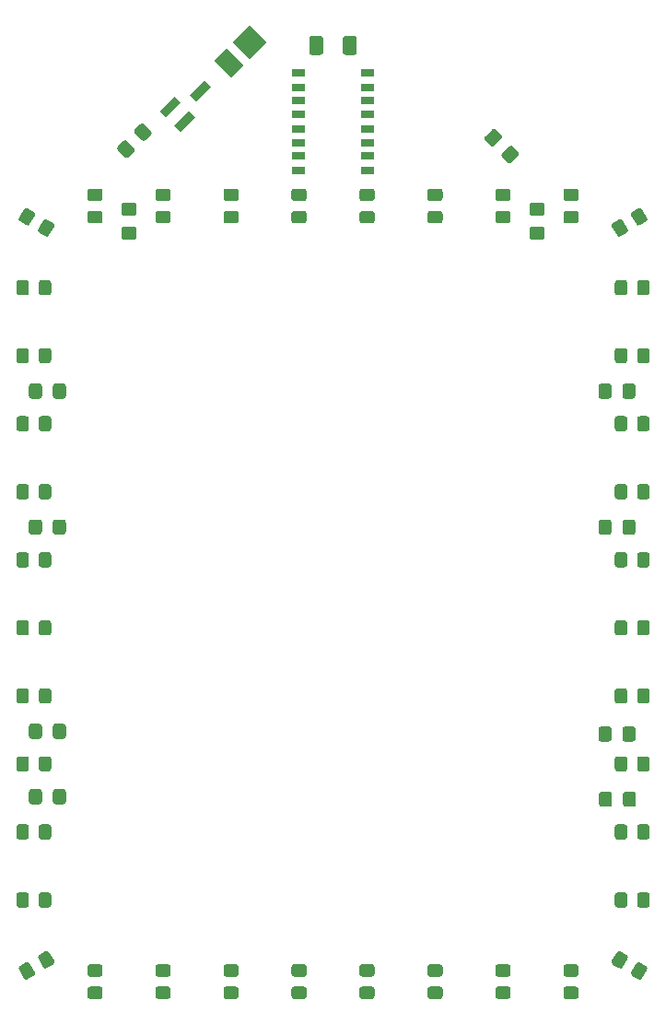
<source format=gbr>
%TF.GenerationSoftware,KiCad,Pcbnew,5.1.9+dfsg1-1+deb11u1*%
%TF.CreationDate,2023-08-15T12:15:31+02:00*%
%TF.ProjectId,label1,6c616265-6c31-42e6-9b69-6361645f7063,rev?*%
%TF.SameCoordinates,Original*%
%TF.FileFunction,Paste,Top*%
%TF.FilePolarity,Positive*%
%FSLAX46Y46*%
G04 Gerber Fmt 4.6, Leading zero omitted, Abs format (unit mm)*
G04 Created by KiCad (PCBNEW 5.1.9+dfsg1-1+deb11u1) date 2023-08-15 12:15:31*
%MOMM*%
%LPD*%
G01*
G04 APERTURE LIST*
%ADD10R,1.300000X0.800000*%
%ADD11C,0.100000*%
G04 APERTURE END LIST*
D10*
%TO.C,U1*%
X58150000Y-39050000D03*
X58150000Y-40330000D03*
X58150000Y-41590000D03*
X58150000Y-42860000D03*
X58150000Y-44140000D03*
X58150000Y-45410000D03*
X58150000Y-46670000D03*
X58150000Y-47950000D03*
X51850000Y-47950000D03*
X51850000Y-46670000D03*
X51850000Y-45410000D03*
X51850000Y-44140000D03*
X51850000Y-42860000D03*
X51850000Y-41590000D03*
X51850000Y-40330000D03*
X51850000Y-39050000D03*
%TD*%
D11*
%TO.C,Q1*%
G36*
X42421751Y-41643934D02*
G01*
X41856066Y-41078249D01*
X43199569Y-39734746D01*
X43765254Y-40300431D01*
X42421751Y-41643934D01*
G37*
G36*
X40972182Y-44437006D02*
G01*
X40406497Y-43871321D01*
X41750000Y-42527818D01*
X42315685Y-43093503D01*
X40972182Y-44437006D01*
G37*
G36*
X39628679Y-43093503D02*
G01*
X39062994Y-42527818D01*
X40406497Y-41184315D01*
X40972182Y-41750000D01*
X39628679Y-43093503D01*
G37*
%TD*%
%TO.C,D41*%
G36*
X47310660Y-37744975D02*
G01*
X45755025Y-36189340D01*
X47310660Y-34633705D01*
X48866295Y-36189340D01*
X47310660Y-37744975D01*
G37*
G36*
X45613604Y-39442031D02*
G01*
X44057969Y-37886396D01*
X45189340Y-36755025D01*
X46744975Y-38310660D01*
X45613604Y-39442031D01*
G37*
%TD*%
%TO.C,C1*%
G36*
G01*
X70535072Y-46422034D02*
X71172034Y-45785072D01*
G75*
G02*
X71525022Y-45785072I176494J-176494D01*
G01*
X72020562Y-46280612D01*
G75*
G02*
X72020562Y-46633600I-176494J-176494D01*
G01*
X71383600Y-47270562D01*
G75*
G02*
X71030612Y-47270562I-176494J176494D01*
G01*
X70535072Y-46775022D01*
G75*
G02*
X70535072Y-46422034I176494J176494D01*
G01*
G37*
G36*
G01*
X68979438Y-44866400D02*
X69616400Y-44229438D01*
G75*
G02*
X69969388Y-44229438I176494J-176494D01*
G01*
X70464928Y-44724978D01*
G75*
G02*
X70464928Y-45077966I-176494J-176494D01*
G01*
X69827966Y-45714928D01*
G75*
G02*
X69474978Y-45714928I-176494J176494D01*
G01*
X68979438Y-45219388D01*
G75*
G02*
X68979438Y-44866400I176494J176494D01*
G01*
G37*
%TD*%
%TO.C,R13*%
G36*
G01*
X54100000Y-35875000D02*
X54100000Y-37125000D01*
G75*
G02*
X53850000Y-37375000I-250000J0D01*
G01*
X53050000Y-37375000D01*
G75*
G02*
X52800000Y-37125000I0J250000D01*
G01*
X52800000Y-35875000D01*
G75*
G02*
X53050000Y-35625000I250000J0D01*
G01*
X53850000Y-35625000D01*
G75*
G02*
X54100000Y-35875000I0J-250000D01*
G01*
G37*
G36*
G01*
X57200000Y-35875000D02*
X57200000Y-37125000D01*
G75*
G02*
X56950000Y-37375000I-250000J0D01*
G01*
X56150000Y-37375000D01*
G75*
G02*
X55900000Y-37125000I0J250000D01*
G01*
X55900000Y-35875000D01*
G75*
G02*
X56150000Y-35625000I250000J0D01*
G01*
X56950000Y-35625000D01*
G75*
G02*
X57200000Y-35875000I0J-250000D01*
G01*
G37*
%TD*%
%TO.C,R12*%
G36*
G01*
X37422034Y-45214928D02*
X36785072Y-44577966D01*
G75*
G02*
X36785072Y-44224978I176494J176494D01*
G01*
X37280612Y-43729438D01*
G75*
G02*
X37633600Y-43729438I176494J-176494D01*
G01*
X38270562Y-44366400D01*
G75*
G02*
X38270562Y-44719388I-176494J-176494D01*
G01*
X37775022Y-45214928D01*
G75*
G02*
X37422034Y-45214928I-176494J176494D01*
G01*
G37*
G36*
G01*
X35866400Y-46770562D02*
X35229438Y-46133600D01*
G75*
G02*
X35229438Y-45780612I176494J176494D01*
G01*
X35724978Y-45285072D01*
G75*
G02*
X36077966Y-45285072I176494J-176494D01*
G01*
X36714928Y-45922034D01*
G75*
G02*
X36714928Y-46275022I-176494J-176494D01*
G01*
X36219388Y-46770562D01*
G75*
G02*
X35866400Y-46770562I-176494J176494D01*
G01*
G37*
%TD*%
%TO.C,R10*%
G36*
G01*
X28250000Y-105049600D02*
X28250000Y-105950400D01*
G75*
G02*
X28000400Y-106200000I-249600J0D01*
G01*
X27299600Y-106200000D01*
G75*
G02*
X27050000Y-105950400I0J249600D01*
G01*
X27050000Y-105049600D01*
G75*
G02*
X27299600Y-104800000I249600J0D01*
G01*
X28000400Y-104800000D01*
G75*
G02*
X28250000Y-105049600I0J-249600D01*
G01*
G37*
G36*
G01*
X30450000Y-105049600D02*
X30450000Y-105950400D01*
G75*
G02*
X30200400Y-106200000I-249600J0D01*
G01*
X29499600Y-106200000D01*
G75*
G02*
X29250000Y-105950400I0J249600D01*
G01*
X29250000Y-105049600D01*
G75*
G02*
X29499600Y-104800000I249600J0D01*
G01*
X30200400Y-104800000D01*
G75*
G02*
X30450000Y-105049600I0J-249600D01*
G01*
G37*
%TD*%
%TO.C,R9*%
G36*
G01*
X28250000Y-99049600D02*
X28250000Y-99950400D01*
G75*
G02*
X28000400Y-100200000I-249600J0D01*
G01*
X27299600Y-100200000D01*
G75*
G02*
X27050000Y-99950400I0J249600D01*
G01*
X27050000Y-99049600D01*
G75*
G02*
X27299600Y-98800000I249600J0D01*
G01*
X28000400Y-98800000D01*
G75*
G02*
X28250000Y-99049600I0J-249600D01*
G01*
G37*
G36*
G01*
X30450000Y-99049600D02*
X30450000Y-99950400D01*
G75*
G02*
X30200400Y-100200000I-249600J0D01*
G01*
X29499600Y-100200000D01*
G75*
G02*
X29250000Y-99950400I0J249600D01*
G01*
X29250000Y-99049600D01*
G75*
G02*
X29499600Y-98800000I249600J0D01*
G01*
X30200400Y-98800000D01*
G75*
G02*
X30450000Y-99049600I0J-249600D01*
G01*
G37*
%TD*%
%TO.C,R8*%
G36*
G01*
X28250000Y-80299600D02*
X28250000Y-81200400D01*
G75*
G02*
X28000400Y-81450000I-249600J0D01*
G01*
X27299600Y-81450000D01*
G75*
G02*
X27050000Y-81200400I0J249600D01*
G01*
X27050000Y-80299600D01*
G75*
G02*
X27299600Y-80050000I249600J0D01*
G01*
X28000400Y-80050000D01*
G75*
G02*
X28250000Y-80299600I0J-249600D01*
G01*
G37*
G36*
G01*
X30450000Y-80299600D02*
X30450000Y-81200400D01*
G75*
G02*
X30200400Y-81450000I-249600J0D01*
G01*
X29499600Y-81450000D01*
G75*
G02*
X29250000Y-81200400I0J249600D01*
G01*
X29250000Y-80299600D01*
G75*
G02*
X29499600Y-80050000I249600J0D01*
G01*
X30200400Y-80050000D01*
G75*
G02*
X30450000Y-80299600I0J-249600D01*
G01*
G37*
%TD*%
%TO.C,R7*%
G36*
G01*
X28250000Y-67799600D02*
X28250000Y-68700400D01*
G75*
G02*
X28000400Y-68950000I-249600J0D01*
G01*
X27299600Y-68950000D01*
G75*
G02*
X27050000Y-68700400I0J249600D01*
G01*
X27050000Y-67799600D01*
G75*
G02*
X27299600Y-67550000I249600J0D01*
G01*
X28000400Y-67550000D01*
G75*
G02*
X28250000Y-67799600I0J-249600D01*
G01*
G37*
G36*
G01*
X30450000Y-67799600D02*
X30450000Y-68700400D01*
G75*
G02*
X30200400Y-68950000I-249600J0D01*
G01*
X29499600Y-68950000D01*
G75*
G02*
X29250000Y-68700400I0J249600D01*
G01*
X29250000Y-67799600D01*
G75*
G02*
X29499600Y-67550000I249600J0D01*
G01*
X30200400Y-67550000D01*
G75*
G02*
X30450000Y-67799600I0J-249600D01*
G01*
G37*
%TD*%
%TO.C,R6*%
G36*
G01*
X35799600Y-53150000D02*
X36700400Y-53150000D01*
G75*
G02*
X36950000Y-53399600I0J-249600D01*
G01*
X36950000Y-54100400D01*
G75*
G02*
X36700400Y-54350000I-249600J0D01*
G01*
X35799600Y-54350000D01*
G75*
G02*
X35550000Y-54100400I0J249600D01*
G01*
X35550000Y-53399600D01*
G75*
G02*
X35799600Y-53150000I249600J0D01*
G01*
G37*
G36*
G01*
X35799600Y-50950000D02*
X36700400Y-50950000D01*
G75*
G02*
X36950000Y-51199600I0J-249600D01*
G01*
X36950000Y-51900400D01*
G75*
G02*
X36700400Y-52150000I-249600J0D01*
G01*
X35799600Y-52150000D01*
G75*
G02*
X35550000Y-51900400I0J249600D01*
G01*
X35550000Y-51199600D01*
G75*
G02*
X35799600Y-50950000I249600J0D01*
G01*
G37*
%TD*%
%TO.C,R5*%
G36*
G01*
X73299600Y-53150000D02*
X74200400Y-53150000D01*
G75*
G02*
X74450000Y-53399600I0J-249600D01*
G01*
X74450000Y-54100400D01*
G75*
G02*
X74200400Y-54350000I-249600J0D01*
G01*
X73299600Y-54350000D01*
G75*
G02*
X73050000Y-54100400I0J249600D01*
G01*
X73050000Y-53399600D01*
G75*
G02*
X73299600Y-53150000I249600J0D01*
G01*
G37*
G36*
G01*
X73299600Y-50950000D02*
X74200400Y-50950000D01*
G75*
G02*
X74450000Y-51199600I0J-249600D01*
G01*
X74450000Y-51900400D01*
G75*
G02*
X74200400Y-52150000I-249600J0D01*
G01*
X73299600Y-52150000D01*
G75*
G02*
X73050000Y-51900400I0J249600D01*
G01*
X73050000Y-51199600D01*
G75*
G02*
X73299600Y-50950000I249600J0D01*
G01*
G37*
%TD*%
%TO.C,R4*%
G36*
G01*
X81600000Y-68700400D02*
X81600000Y-67799600D01*
G75*
G02*
X81849600Y-67550000I249600J0D01*
G01*
X82550400Y-67550000D01*
G75*
G02*
X82800000Y-67799600I0J-249600D01*
G01*
X82800000Y-68700400D01*
G75*
G02*
X82550400Y-68950000I-249600J0D01*
G01*
X81849600Y-68950000D01*
G75*
G02*
X81600000Y-68700400I0J249600D01*
G01*
G37*
G36*
G01*
X79400000Y-68700400D02*
X79400000Y-67799600D01*
G75*
G02*
X79649600Y-67550000I249600J0D01*
G01*
X80350400Y-67550000D01*
G75*
G02*
X80600000Y-67799600I0J-249600D01*
G01*
X80600000Y-68700400D01*
G75*
G02*
X80350400Y-68950000I-249600J0D01*
G01*
X79649600Y-68950000D01*
G75*
G02*
X79400000Y-68700400I0J249600D01*
G01*
G37*
%TD*%
%TO.C,R3*%
G36*
G01*
X81600000Y-81200400D02*
X81600000Y-80299600D01*
G75*
G02*
X81849600Y-80050000I249600J0D01*
G01*
X82550400Y-80050000D01*
G75*
G02*
X82800000Y-80299600I0J-249600D01*
G01*
X82800000Y-81200400D01*
G75*
G02*
X82550400Y-81450000I-249600J0D01*
G01*
X81849600Y-81450000D01*
G75*
G02*
X81600000Y-81200400I0J249600D01*
G01*
G37*
G36*
G01*
X79400000Y-81200400D02*
X79400000Y-80299600D01*
G75*
G02*
X79649600Y-80050000I249600J0D01*
G01*
X80350400Y-80050000D01*
G75*
G02*
X80600000Y-80299600I0J-249600D01*
G01*
X80600000Y-81200400D01*
G75*
G02*
X80350400Y-81450000I-249600J0D01*
G01*
X79649600Y-81450000D01*
G75*
G02*
X79400000Y-81200400I0J249600D01*
G01*
G37*
%TD*%
%TO.C,R2*%
G36*
G01*
X81600000Y-100200400D02*
X81600000Y-99299600D01*
G75*
G02*
X81849600Y-99050000I249600J0D01*
G01*
X82550400Y-99050000D01*
G75*
G02*
X82800000Y-99299600I0J-249600D01*
G01*
X82800000Y-100200400D01*
G75*
G02*
X82550400Y-100450000I-249600J0D01*
G01*
X81849600Y-100450000D01*
G75*
G02*
X81600000Y-100200400I0J249600D01*
G01*
G37*
G36*
G01*
X79400000Y-100200400D02*
X79400000Y-99299600D01*
G75*
G02*
X79649600Y-99050000I249600J0D01*
G01*
X80350400Y-99050000D01*
G75*
G02*
X80600000Y-99299600I0J-249600D01*
G01*
X80600000Y-100200400D01*
G75*
G02*
X80350400Y-100450000I-249600J0D01*
G01*
X79649600Y-100450000D01*
G75*
G02*
X79400000Y-100200400I0J249600D01*
G01*
G37*
%TD*%
%TO.C,R1*%
G36*
G01*
X81650000Y-106200400D02*
X81650000Y-105299600D01*
G75*
G02*
X81899600Y-105050000I249600J0D01*
G01*
X82600400Y-105050000D01*
G75*
G02*
X82850000Y-105299600I0J-249600D01*
G01*
X82850000Y-106200400D01*
G75*
G02*
X82600400Y-106450000I-249600J0D01*
G01*
X81899600Y-106450000D01*
G75*
G02*
X81650000Y-106200400I0J249600D01*
G01*
G37*
G36*
G01*
X79450000Y-106200400D02*
X79450000Y-105299600D01*
G75*
G02*
X79699600Y-105050000I249600J0D01*
G01*
X80400400Y-105050000D01*
G75*
G02*
X80650000Y-105299600I0J-249600D01*
G01*
X80650000Y-106200400D01*
G75*
G02*
X80400400Y-106450000I-249600J0D01*
G01*
X79699600Y-106450000D01*
G75*
G02*
X79450000Y-106200400I0J249600D01*
G01*
G37*
%TD*%
%TO.C,D40*%
G36*
G01*
X27050000Y-102049999D02*
X27050000Y-102950001D01*
G75*
G02*
X26800001Y-103200000I-249999J0D01*
G01*
X26149999Y-103200000D01*
G75*
G02*
X25900000Y-102950001I0J249999D01*
G01*
X25900000Y-102049999D01*
G75*
G02*
X26149999Y-101800000I249999J0D01*
G01*
X26800001Y-101800000D01*
G75*
G02*
X27050000Y-102049999I0J-249999D01*
G01*
G37*
G36*
G01*
X29100000Y-102049999D02*
X29100000Y-102950001D01*
G75*
G02*
X28850001Y-103200000I-249999J0D01*
G01*
X28199999Y-103200000D01*
G75*
G02*
X27950000Y-102950001I0J249999D01*
G01*
X27950000Y-102049999D01*
G75*
G02*
X28199999Y-101800000I249999J0D01*
G01*
X28850001Y-101800000D01*
G75*
G02*
X29100000Y-102049999I0J-249999D01*
G01*
G37*
%TD*%
%TO.C,D39*%
G36*
G01*
X27050000Y-77049999D02*
X27050000Y-77950001D01*
G75*
G02*
X26800001Y-78200000I-249999J0D01*
G01*
X26149999Y-78200000D01*
G75*
G02*
X25900000Y-77950001I0J249999D01*
G01*
X25900000Y-77049999D01*
G75*
G02*
X26149999Y-76800000I249999J0D01*
G01*
X26800001Y-76800000D01*
G75*
G02*
X27050000Y-77049999I0J-249999D01*
G01*
G37*
G36*
G01*
X29100000Y-77049999D02*
X29100000Y-77950001D01*
G75*
G02*
X28850001Y-78200000I-249999J0D01*
G01*
X28199999Y-78200000D01*
G75*
G02*
X27950000Y-77950001I0J249999D01*
G01*
X27950000Y-77049999D01*
G75*
G02*
X28199999Y-76800000I249999J0D01*
G01*
X28850001Y-76800000D01*
G75*
G02*
X29100000Y-77049999I0J-249999D01*
G01*
G37*
%TD*%
%TO.C,D38*%
G36*
G01*
X27585289Y-52135287D02*
X27135288Y-52914712D01*
G75*
G02*
X26793783Y-53006218I-216505J124999D01*
G01*
X26230864Y-52681217D01*
G75*
G02*
X26139359Y-52339713I125000J216505D01*
G01*
X26589360Y-51560288D01*
G75*
G02*
X26930865Y-51468782I216505J-124999D01*
G01*
X27493784Y-51793783D01*
G75*
G02*
X27585289Y-52135287I-125000J-216505D01*
G01*
G37*
G36*
G01*
X29360641Y-53160287D02*
X28910640Y-53939712D01*
G75*
G02*
X28569135Y-54031218I-216505J124999D01*
G01*
X28006216Y-53706217D01*
G75*
G02*
X27914711Y-53364713I125000J216505D01*
G01*
X28364712Y-52585288D01*
G75*
G02*
X28706217Y-52493782I216505J-124999D01*
G01*
X29269136Y-52818783D01*
G75*
G02*
X29360641Y-53160287I-125000J-216505D01*
G01*
G37*
%TD*%
%TO.C,D37*%
G36*
G01*
X52325001Y-50800000D02*
X51424999Y-50800000D01*
G75*
G02*
X51175000Y-50550001I0J249999D01*
G01*
X51175000Y-49899999D01*
G75*
G02*
X51424999Y-49650000I249999J0D01*
G01*
X52325001Y-49650000D01*
G75*
G02*
X52575000Y-49899999I0J-249999D01*
G01*
X52575000Y-50550001D01*
G75*
G02*
X52325001Y-50800000I-249999J0D01*
G01*
G37*
G36*
G01*
X52325001Y-52850000D02*
X51424999Y-52850000D01*
G75*
G02*
X51175000Y-52600001I0J249999D01*
G01*
X51175000Y-51949999D01*
G75*
G02*
X51424999Y-51700000I249999J0D01*
G01*
X52325001Y-51700000D01*
G75*
G02*
X52575000Y-51949999I0J-249999D01*
G01*
X52575000Y-52600001D01*
G75*
G02*
X52325001Y-52850000I-249999J0D01*
G01*
G37*
%TD*%
%TO.C,D36*%
G36*
G01*
X82950000Y-71700001D02*
X82950000Y-70799999D01*
G75*
G02*
X83199999Y-70550000I249999J0D01*
G01*
X83850001Y-70550000D01*
G75*
G02*
X84100000Y-70799999I0J-249999D01*
G01*
X84100000Y-71700001D01*
G75*
G02*
X83850001Y-71950000I-249999J0D01*
G01*
X83199999Y-71950000D01*
G75*
G02*
X82950000Y-71700001I0J249999D01*
G01*
G37*
G36*
G01*
X80900000Y-71700001D02*
X80900000Y-70799999D01*
G75*
G02*
X81149999Y-70550000I249999J0D01*
G01*
X81800001Y-70550000D01*
G75*
G02*
X82050000Y-70799999I0J-249999D01*
G01*
X82050000Y-71700001D01*
G75*
G02*
X81800001Y-71950000I-249999J0D01*
G01*
X81149999Y-71950000D01*
G75*
G02*
X80900000Y-71700001I0J249999D01*
G01*
G37*
%TD*%
%TO.C,D35*%
G36*
G01*
X82950000Y-96700001D02*
X82950000Y-95799999D01*
G75*
G02*
X83199999Y-95550000I249999J0D01*
G01*
X83850001Y-95550000D01*
G75*
G02*
X84100000Y-95799999I0J-249999D01*
G01*
X84100000Y-96700001D01*
G75*
G02*
X83850001Y-96950000I-249999J0D01*
G01*
X83199999Y-96950000D01*
G75*
G02*
X82950000Y-96700001I0J249999D01*
G01*
G37*
G36*
G01*
X80900000Y-96700001D02*
X80900000Y-95799999D01*
G75*
G02*
X81149999Y-95550000I249999J0D01*
G01*
X81800001Y-95550000D01*
G75*
G02*
X82050000Y-95799999I0J-249999D01*
G01*
X82050000Y-96700001D01*
G75*
G02*
X81800001Y-96950000I-249999J0D01*
G01*
X81149999Y-96950000D01*
G75*
G02*
X80900000Y-96700001I0J249999D01*
G01*
G37*
%TD*%
%TO.C,D34*%
G36*
G01*
X82414711Y-121614713D02*
X82864712Y-120835288D01*
G75*
G02*
X83206217Y-120743782I216505J-124999D01*
G01*
X83769136Y-121068783D01*
G75*
G02*
X83860641Y-121410287I-125000J-216505D01*
G01*
X83410640Y-122189712D01*
G75*
G02*
X83069135Y-122281218I-216505J124999D01*
G01*
X82506216Y-121956217D01*
G75*
G02*
X82414711Y-121614713I125000J216505D01*
G01*
G37*
G36*
G01*
X80639359Y-120589713D02*
X81089360Y-119810288D01*
G75*
G02*
X81430865Y-119718782I216505J-124999D01*
G01*
X81993784Y-120043783D01*
G75*
G02*
X82085289Y-120385287I-125000J-216505D01*
G01*
X81635288Y-121164712D01*
G75*
G02*
X81293783Y-121256218I-216505J124999D01*
G01*
X80730864Y-120931217D01*
G75*
G02*
X80639359Y-120589713I125000J216505D01*
G01*
G37*
%TD*%
%TO.C,D33*%
G36*
G01*
X57674999Y-122950000D02*
X58575001Y-122950000D01*
G75*
G02*
X58825000Y-123199999I0J-249999D01*
G01*
X58825000Y-123850001D01*
G75*
G02*
X58575001Y-124100000I-249999J0D01*
G01*
X57674999Y-124100000D01*
G75*
G02*
X57425000Y-123850001I0J249999D01*
G01*
X57425000Y-123199999D01*
G75*
G02*
X57674999Y-122950000I249999J0D01*
G01*
G37*
G36*
G01*
X57674999Y-120900000D02*
X58575001Y-120900000D01*
G75*
G02*
X58825000Y-121149999I0J-249999D01*
G01*
X58825000Y-121800001D01*
G75*
G02*
X58575001Y-122050000I-249999J0D01*
G01*
X57674999Y-122050000D01*
G75*
G02*
X57425000Y-121800001I0J249999D01*
G01*
X57425000Y-121149999D01*
G75*
G02*
X57674999Y-120900000I249999J0D01*
G01*
G37*
%TD*%
%TO.C,D32*%
G36*
G01*
X32674999Y-122950000D02*
X33575001Y-122950000D01*
G75*
G02*
X33825000Y-123199999I0J-249999D01*
G01*
X33825000Y-123850001D01*
G75*
G02*
X33575001Y-124100000I-249999J0D01*
G01*
X32674999Y-124100000D01*
G75*
G02*
X32425000Y-123850001I0J249999D01*
G01*
X32425000Y-123199999D01*
G75*
G02*
X32674999Y-122950000I249999J0D01*
G01*
G37*
G36*
G01*
X32674999Y-120900000D02*
X33575001Y-120900000D01*
G75*
G02*
X33825000Y-121149999I0J-249999D01*
G01*
X33825000Y-121800001D01*
G75*
G02*
X33575001Y-122050000I-249999J0D01*
G01*
X32674999Y-122050000D01*
G75*
G02*
X32425000Y-121800001I0J249999D01*
G01*
X32425000Y-121149999D01*
G75*
G02*
X32674999Y-120900000I249999J0D01*
G01*
G37*
%TD*%
%TO.C,D31*%
G36*
G01*
X27050000Y-83299999D02*
X27050000Y-84200001D01*
G75*
G02*
X26800001Y-84450000I-249999J0D01*
G01*
X26149999Y-84450000D01*
G75*
G02*
X25900000Y-84200001I0J249999D01*
G01*
X25900000Y-83299999D01*
G75*
G02*
X26149999Y-83050000I249999J0D01*
G01*
X26800001Y-83050000D01*
G75*
G02*
X27050000Y-83299999I0J-249999D01*
G01*
G37*
G36*
G01*
X29100000Y-83299999D02*
X29100000Y-84200001D01*
G75*
G02*
X28850001Y-84450000I-249999J0D01*
G01*
X28199999Y-84450000D01*
G75*
G02*
X27950000Y-84200001I0J249999D01*
G01*
X27950000Y-83299999D01*
G75*
G02*
X28199999Y-83050000I249999J0D01*
G01*
X28850001Y-83050000D01*
G75*
G02*
X29100000Y-83299999I0J-249999D01*
G01*
G37*
%TD*%
%TO.C,D30*%
G36*
G01*
X27050000Y-58299999D02*
X27050000Y-59200001D01*
G75*
G02*
X26800001Y-59450000I-249999J0D01*
G01*
X26149999Y-59450000D01*
G75*
G02*
X25900000Y-59200001I0J249999D01*
G01*
X25900000Y-58299999D01*
G75*
G02*
X26149999Y-58050000I249999J0D01*
G01*
X26800001Y-58050000D01*
G75*
G02*
X27050000Y-58299999I0J-249999D01*
G01*
G37*
G36*
G01*
X29100000Y-58299999D02*
X29100000Y-59200001D01*
G75*
G02*
X28850001Y-59450000I-249999J0D01*
G01*
X28199999Y-59450000D01*
G75*
G02*
X27950000Y-59200001I0J249999D01*
G01*
X27950000Y-58299999D01*
G75*
G02*
X28199999Y-58050000I249999J0D01*
G01*
X28850001Y-58050000D01*
G75*
G02*
X29100000Y-58299999I0J-249999D01*
G01*
G37*
%TD*%
%TO.C,D29*%
G36*
G01*
X46075001Y-50800000D02*
X45174999Y-50800000D01*
G75*
G02*
X44925000Y-50550001I0J249999D01*
G01*
X44925000Y-49899999D01*
G75*
G02*
X45174999Y-49650000I249999J0D01*
G01*
X46075001Y-49650000D01*
G75*
G02*
X46325000Y-49899999I0J-249999D01*
G01*
X46325000Y-50550001D01*
G75*
G02*
X46075001Y-50800000I-249999J0D01*
G01*
G37*
G36*
G01*
X46075001Y-52850000D02*
X45174999Y-52850000D01*
G75*
G02*
X44925000Y-52600001I0J249999D01*
G01*
X44925000Y-51949999D01*
G75*
G02*
X45174999Y-51700000I249999J0D01*
G01*
X46075001Y-51700000D01*
G75*
G02*
X46325000Y-51949999I0J-249999D01*
G01*
X46325000Y-52600001D01*
G75*
G02*
X46075001Y-52850000I-249999J0D01*
G01*
G37*
%TD*%
%TO.C,D28*%
G36*
G01*
X77325001Y-50800000D02*
X76424999Y-50800000D01*
G75*
G02*
X76175000Y-50550001I0J249999D01*
G01*
X76175000Y-49899999D01*
G75*
G02*
X76424999Y-49650000I249999J0D01*
G01*
X77325001Y-49650000D01*
G75*
G02*
X77575000Y-49899999I0J-249999D01*
G01*
X77575000Y-50550001D01*
G75*
G02*
X77325001Y-50800000I-249999J0D01*
G01*
G37*
G36*
G01*
X77325001Y-52850000D02*
X76424999Y-52850000D01*
G75*
G02*
X76175000Y-52600001I0J249999D01*
G01*
X76175000Y-51949999D01*
G75*
G02*
X76424999Y-51700000I249999J0D01*
G01*
X77325001Y-51700000D01*
G75*
G02*
X77575000Y-51949999I0J-249999D01*
G01*
X77575000Y-52600001D01*
G75*
G02*
X77325001Y-52850000I-249999J0D01*
G01*
G37*
%TD*%
%TO.C,D27*%
G36*
G01*
X82950000Y-90450001D02*
X82950000Y-89549999D01*
G75*
G02*
X83199999Y-89300000I249999J0D01*
G01*
X83850001Y-89300000D01*
G75*
G02*
X84100000Y-89549999I0J-249999D01*
G01*
X84100000Y-90450001D01*
G75*
G02*
X83850001Y-90700000I-249999J0D01*
G01*
X83199999Y-90700000D01*
G75*
G02*
X82950000Y-90450001I0J249999D01*
G01*
G37*
G36*
G01*
X80900000Y-90450001D02*
X80900000Y-89549999D01*
G75*
G02*
X81149999Y-89300000I249999J0D01*
G01*
X81800001Y-89300000D01*
G75*
G02*
X82050000Y-89549999I0J-249999D01*
G01*
X82050000Y-90450001D01*
G75*
G02*
X81800001Y-90700000I-249999J0D01*
G01*
X81149999Y-90700000D01*
G75*
G02*
X80900000Y-90450001I0J249999D01*
G01*
G37*
%TD*%
%TO.C,D26*%
G36*
G01*
X82950000Y-115450001D02*
X82950000Y-114549999D01*
G75*
G02*
X83199999Y-114300000I249999J0D01*
G01*
X83850001Y-114300000D01*
G75*
G02*
X84100000Y-114549999I0J-249999D01*
G01*
X84100000Y-115450001D01*
G75*
G02*
X83850001Y-115700000I-249999J0D01*
G01*
X83199999Y-115700000D01*
G75*
G02*
X82950000Y-115450001I0J249999D01*
G01*
G37*
G36*
G01*
X80900000Y-115450001D02*
X80900000Y-114549999D01*
G75*
G02*
X81149999Y-114300000I249999J0D01*
G01*
X81800001Y-114300000D01*
G75*
G02*
X82050000Y-114549999I0J-249999D01*
G01*
X82050000Y-115450001D01*
G75*
G02*
X81800001Y-115700000I-249999J0D01*
G01*
X81149999Y-115700000D01*
G75*
G02*
X80900000Y-115450001I0J249999D01*
G01*
G37*
%TD*%
%TO.C,D25*%
G36*
G01*
X63924999Y-122950000D02*
X64825001Y-122950000D01*
G75*
G02*
X65075000Y-123199999I0J-249999D01*
G01*
X65075000Y-123850001D01*
G75*
G02*
X64825001Y-124100000I-249999J0D01*
G01*
X63924999Y-124100000D01*
G75*
G02*
X63675000Y-123850001I0J249999D01*
G01*
X63675000Y-123199999D01*
G75*
G02*
X63924999Y-122950000I249999J0D01*
G01*
G37*
G36*
G01*
X63924999Y-120900000D02*
X64825001Y-120900000D01*
G75*
G02*
X65075000Y-121149999I0J-249999D01*
G01*
X65075000Y-121800001D01*
G75*
G02*
X64825001Y-122050000I-249999J0D01*
G01*
X63924999Y-122050000D01*
G75*
G02*
X63675000Y-121800001I0J249999D01*
G01*
X63675000Y-121149999D01*
G75*
G02*
X63924999Y-120900000I249999J0D01*
G01*
G37*
%TD*%
%TO.C,D24*%
G36*
G01*
X38924999Y-122950000D02*
X39825001Y-122950000D01*
G75*
G02*
X40075000Y-123199999I0J-249999D01*
G01*
X40075000Y-123850001D01*
G75*
G02*
X39825001Y-124100000I-249999J0D01*
G01*
X38924999Y-124100000D01*
G75*
G02*
X38675000Y-123850001I0J249999D01*
G01*
X38675000Y-123199999D01*
G75*
G02*
X38924999Y-122950000I249999J0D01*
G01*
G37*
G36*
G01*
X38924999Y-120900000D02*
X39825001Y-120900000D01*
G75*
G02*
X40075000Y-121149999I0J-249999D01*
G01*
X40075000Y-121800001D01*
G75*
G02*
X39825001Y-122050000I-249999J0D01*
G01*
X38924999Y-122050000D01*
G75*
G02*
X38675000Y-121800001I0J249999D01*
G01*
X38675000Y-121149999D01*
G75*
G02*
X38924999Y-120900000I249999J0D01*
G01*
G37*
%TD*%
%TO.C,D23*%
G36*
G01*
X27050000Y-108299999D02*
X27050000Y-109200001D01*
G75*
G02*
X26800001Y-109450000I-249999J0D01*
G01*
X26149999Y-109450000D01*
G75*
G02*
X25900000Y-109200001I0J249999D01*
G01*
X25900000Y-108299999D01*
G75*
G02*
X26149999Y-108050000I249999J0D01*
G01*
X26800001Y-108050000D01*
G75*
G02*
X27050000Y-108299999I0J-249999D01*
G01*
G37*
G36*
G01*
X29100000Y-108299999D02*
X29100000Y-109200001D01*
G75*
G02*
X28850001Y-109450000I-249999J0D01*
G01*
X28199999Y-109450000D01*
G75*
G02*
X27950000Y-109200001I0J249999D01*
G01*
X27950000Y-108299999D01*
G75*
G02*
X28199999Y-108050000I249999J0D01*
G01*
X28850001Y-108050000D01*
G75*
G02*
X29100000Y-108299999I0J-249999D01*
G01*
G37*
%TD*%
%TO.C,D22*%
G36*
G01*
X27050000Y-64549999D02*
X27050000Y-65450001D01*
G75*
G02*
X26800001Y-65700000I-249999J0D01*
G01*
X26149999Y-65700000D01*
G75*
G02*
X25900000Y-65450001I0J249999D01*
G01*
X25900000Y-64549999D01*
G75*
G02*
X26149999Y-64300000I249999J0D01*
G01*
X26800001Y-64300000D01*
G75*
G02*
X27050000Y-64549999I0J-249999D01*
G01*
G37*
G36*
G01*
X29100000Y-64549999D02*
X29100000Y-65450001D01*
G75*
G02*
X28850001Y-65700000I-249999J0D01*
G01*
X28199999Y-65700000D01*
G75*
G02*
X27950000Y-65450001I0J249999D01*
G01*
X27950000Y-64549999D01*
G75*
G02*
X28199999Y-64300000I249999J0D01*
G01*
X28850001Y-64300000D01*
G75*
G02*
X29100000Y-64549999I0J-249999D01*
G01*
G37*
%TD*%
%TO.C,D21*%
G36*
G01*
X39825001Y-50800000D02*
X38924999Y-50800000D01*
G75*
G02*
X38675000Y-50550001I0J249999D01*
G01*
X38675000Y-49899999D01*
G75*
G02*
X38924999Y-49650000I249999J0D01*
G01*
X39825001Y-49650000D01*
G75*
G02*
X40075000Y-49899999I0J-249999D01*
G01*
X40075000Y-50550001D01*
G75*
G02*
X39825001Y-50800000I-249999J0D01*
G01*
G37*
G36*
G01*
X39825001Y-52850000D02*
X38924999Y-52850000D01*
G75*
G02*
X38675000Y-52600001I0J249999D01*
G01*
X38675000Y-51949999D01*
G75*
G02*
X38924999Y-51700000I249999J0D01*
G01*
X39825001Y-51700000D01*
G75*
G02*
X40075000Y-51949999I0J-249999D01*
G01*
X40075000Y-52600001D01*
G75*
G02*
X39825001Y-52850000I-249999J0D01*
G01*
G37*
%TD*%
%TO.C,D20*%
G36*
G01*
X71075001Y-50800000D02*
X70174999Y-50800000D01*
G75*
G02*
X69925000Y-50550001I0J249999D01*
G01*
X69925000Y-49899999D01*
G75*
G02*
X70174999Y-49650000I249999J0D01*
G01*
X71075001Y-49650000D01*
G75*
G02*
X71325000Y-49899999I0J-249999D01*
G01*
X71325000Y-50550001D01*
G75*
G02*
X71075001Y-50800000I-249999J0D01*
G01*
G37*
G36*
G01*
X71075001Y-52850000D02*
X70174999Y-52850000D01*
G75*
G02*
X69925000Y-52600001I0J249999D01*
G01*
X69925000Y-51949999D01*
G75*
G02*
X70174999Y-51700000I249999J0D01*
G01*
X71075001Y-51700000D01*
G75*
G02*
X71325000Y-51949999I0J-249999D01*
G01*
X71325000Y-52600001D01*
G75*
G02*
X71075001Y-52850000I-249999J0D01*
G01*
G37*
%TD*%
%TO.C,D19*%
G36*
G01*
X82950000Y-65450001D02*
X82950000Y-64549999D01*
G75*
G02*
X83199999Y-64300000I249999J0D01*
G01*
X83850001Y-64300000D01*
G75*
G02*
X84100000Y-64549999I0J-249999D01*
G01*
X84100000Y-65450001D01*
G75*
G02*
X83850001Y-65700000I-249999J0D01*
G01*
X83199999Y-65700000D01*
G75*
G02*
X82950000Y-65450001I0J249999D01*
G01*
G37*
G36*
G01*
X80900000Y-65450001D02*
X80900000Y-64549999D01*
G75*
G02*
X81149999Y-64300000I249999J0D01*
G01*
X81800001Y-64300000D01*
G75*
G02*
X82050000Y-64549999I0J-249999D01*
G01*
X82050000Y-65450001D01*
G75*
G02*
X81800001Y-65700000I-249999J0D01*
G01*
X81149999Y-65700000D01*
G75*
G02*
X80900000Y-65450001I0J249999D01*
G01*
G37*
%TD*%
%TO.C,D18*%
G36*
G01*
X82950000Y-109200001D02*
X82950000Y-108299999D01*
G75*
G02*
X83199999Y-108050000I249999J0D01*
G01*
X83850001Y-108050000D01*
G75*
G02*
X84100000Y-108299999I0J-249999D01*
G01*
X84100000Y-109200001D01*
G75*
G02*
X83850001Y-109450000I-249999J0D01*
G01*
X83199999Y-109450000D01*
G75*
G02*
X82950000Y-109200001I0J249999D01*
G01*
G37*
G36*
G01*
X80900000Y-109200001D02*
X80900000Y-108299999D01*
G75*
G02*
X81149999Y-108050000I249999J0D01*
G01*
X81800001Y-108050000D01*
G75*
G02*
X82050000Y-108299999I0J-249999D01*
G01*
X82050000Y-109200001D01*
G75*
G02*
X81800001Y-109450000I-249999J0D01*
G01*
X81149999Y-109450000D01*
G75*
G02*
X80900000Y-109200001I0J249999D01*
G01*
G37*
%TD*%
%TO.C,D17*%
G36*
G01*
X70174999Y-122950000D02*
X71075001Y-122950000D01*
G75*
G02*
X71325000Y-123199999I0J-249999D01*
G01*
X71325000Y-123850001D01*
G75*
G02*
X71075001Y-124100000I-249999J0D01*
G01*
X70174999Y-124100000D01*
G75*
G02*
X69925000Y-123850001I0J249999D01*
G01*
X69925000Y-123199999D01*
G75*
G02*
X70174999Y-122950000I249999J0D01*
G01*
G37*
G36*
G01*
X70174999Y-120900000D02*
X71075001Y-120900000D01*
G75*
G02*
X71325000Y-121149999I0J-249999D01*
G01*
X71325000Y-121800001D01*
G75*
G02*
X71075001Y-122050000I-249999J0D01*
G01*
X70174999Y-122050000D01*
G75*
G02*
X69925000Y-121800001I0J249999D01*
G01*
X69925000Y-121149999D01*
G75*
G02*
X70174999Y-120900000I249999J0D01*
G01*
G37*
%TD*%
%TO.C,D16*%
G36*
G01*
X45174999Y-122950000D02*
X46075001Y-122950000D01*
G75*
G02*
X46325000Y-123199999I0J-249999D01*
G01*
X46325000Y-123850001D01*
G75*
G02*
X46075001Y-124100000I-249999J0D01*
G01*
X45174999Y-124100000D01*
G75*
G02*
X44925000Y-123850001I0J249999D01*
G01*
X44925000Y-123199999D01*
G75*
G02*
X45174999Y-122950000I249999J0D01*
G01*
G37*
G36*
G01*
X45174999Y-120900000D02*
X46075001Y-120900000D01*
G75*
G02*
X46325000Y-121149999I0J-249999D01*
G01*
X46325000Y-121800001D01*
G75*
G02*
X46075001Y-122050000I-249999J0D01*
G01*
X45174999Y-122050000D01*
G75*
G02*
X44925000Y-121800001I0J249999D01*
G01*
X44925000Y-121149999D01*
G75*
G02*
X45174999Y-120900000I249999J0D01*
G01*
G37*
%TD*%
%TO.C,D15*%
G36*
G01*
X27050000Y-114549999D02*
X27050000Y-115450001D01*
G75*
G02*
X26800001Y-115700000I-249999J0D01*
G01*
X26149999Y-115700000D01*
G75*
G02*
X25900000Y-115450001I0J249999D01*
G01*
X25900000Y-114549999D01*
G75*
G02*
X26149999Y-114300000I249999J0D01*
G01*
X26800001Y-114300000D01*
G75*
G02*
X27050000Y-114549999I0J-249999D01*
G01*
G37*
G36*
G01*
X29100000Y-114549999D02*
X29100000Y-115450001D01*
G75*
G02*
X28850001Y-115700000I-249999J0D01*
G01*
X28199999Y-115700000D01*
G75*
G02*
X27950000Y-115450001I0J249999D01*
G01*
X27950000Y-114549999D01*
G75*
G02*
X28199999Y-114300000I249999J0D01*
G01*
X28850001Y-114300000D01*
G75*
G02*
X29100000Y-114549999I0J-249999D01*
G01*
G37*
%TD*%
%TO.C,D14*%
G36*
G01*
X27050000Y-89549999D02*
X27050000Y-90450001D01*
G75*
G02*
X26800001Y-90700000I-249999J0D01*
G01*
X26149999Y-90700000D01*
G75*
G02*
X25900000Y-90450001I0J249999D01*
G01*
X25900000Y-89549999D01*
G75*
G02*
X26149999Y-89300000I249999J0D01*
G01*
X26800001Y-89300000D01*
G75*
G02*
X27050000Y-89549999I0J-249999D01*
G01*
G37*
G36*
G01*
X29100000Y-89549999D02*
X29100000Y-90450001D01*
G75*
G02*
X28850001Y-90700000I-249999J0D01*
G01*
X28199999Y-90700000D01*
G75*
G02*
X27950000Y-90450001I0J249999D01*
G01*
X27950000Y-89549999D01*
G75*
G02*
X28199999Y-89300000I249999J0D01*
G01*
X28850001Y-89300000D01*
G75*
G02*
X29100000Y-89549999I0J-249999D01*
G01*
G37*
%TD*%
%TO.C,D13*%
G36*
G01*
X33575001Y-50800000D02*
X32674999Y-50800000D01*
G75*
G02*
X32425000Y-50550001I0J249999D01*
G01*
X32425000Y-49899999D01*
G75*
G02*
X32674999Y-49650000I249999J0D01*
G01*
X33575001Y-49650000D01*
G75*
G02*
X33825000Y-49899999I0J-249999D01*
G01*
X33825000Y-50550001D01*
G75*
G02*
X33575001Y-50800000I-249999J0D01*
G01*
G37*
G36*
G01*
X33575001Y-52850000D02*
X32674999Y-52850000D01*
G75*
G02*
X32425000Y-52600001I0J249999D01*
G01*
X32425000Y-51949999D01*
G75*
G02*
X32674999Y-51700000I249999J0D01*
G01*
X33575001Y-51700000D01*
G75*
G02*
X33825000Y-51949999I0J-249999D01*
G01*
X33825000Y-52600001D01*
G75*
G02*
X33575001Y-52850000I-249999J0D01*
G01*
G37*
%TD*%
%TO.C,D12*%
G36*
G01*
X64825001Y-50800000D02*
X63924999Y-50800000D01*
G75*
G02*
X63675000Y-50550001I0J249999D01*
G01*
X63675000Y-49899999D01*
G75*
G02*
X63924999Y-49650000I249999J0D01*
G01*
X64825001Y-49650000D01*
G75*
G02*
X65075000Y-49899999I0J-249999D01*
G01*
X65075000Y-50550001D01*
G75*
G02*
X64825001Y-50800000I-249999J0D01*
G01*
G37*
G36*
G01*
X64825001Y-52850000D02*
X63924999Y-52850000D01*
G75*
G02*
X63675000Y-52600001I0J249999D01*
G01*
X63675000Y-51949999D01*
G75*
G02*
X63924999Y-51700000I249999J0D01*
G01*
X64825001Y-51700000D01*
G75*
G02*
X65075000Y-51949999I0J-249999D01*
G01*
X65075000Y-52600001D01*
G75*
G02*
X64825001Y-52850000I-249999J0D01*
G01*
G37*
%TD*%
%TO.C,D11*%
G36*
G01*
X82950000Y-59200001D02*
X82950000Y-58299999D01*
G75*
G02*
X83199999Y-58050000I249999J0D01*
G01*
X83850001Y-58050000D01*
G75*
G02*
X84100000Y-58299999I0J-249999D01*
G01*
X84100000Y-59200001D01*
G75*
G02*
X83850001Y-59450000I-249999J0D01*
G01*
X83199999Y-59450000D01*
G75*
G02*
X82950000Y-59200001I0J249999D01*
G01*
G37*
G36*
G01*
X80900000Y-59200001D02*
X80900000Y-58299999D01*
G75*
G02*
X81149999Y-58050000I249999J0D01*
G01*
X81800001Y-58050000D01*
G75*
G02*
X82050000Y-58299999I0J-249999D01*
G01*
X82050000Y-59200001D01*
G75*
G02*
X81800001Y-59450000I-249999J0D01*
G01*
X81149999Y-59450000D01*
G75*
G02*
X80900000Y-59200001I0J249999D01*
G01*
G37*
%TD*%
%TO.C,D10*%
G36*
G01*
X82950000Y-84200001D02*
X82950000Y-83299999D01*
G75*
G02*
X83199999Y-83050000I249999J0D01*
G01*
X83850001Y-83050000D01*
G75*
G02*
X84100000Y-83299999I0J-249999D01*
G01*
X84100000Y-84200001D01*
G75*
G02*
X83850001Y-84450000I-249999J0D01*
G01*
X83199999Y-84450000D01*
G75*
G02*
X82950000Y-84200001I0J249999D01*
G01*
G37*
G36*
G01*
X80900000Y-84200001D02*
X80900000Y-83299999D01*
G75*
G02*
X81149999Y-83050000I249999J0D01*
G01*
X81800001Y-83050000D01*
G75*
G02*
X82050000Y-83299999I0J-249999D01*
G01*
X82050000Y-84200001D01*
G75*
G02*
X81800001Y-84450000I-249999J0D01*
G01*
X81149999Y-84450000D01*
G75*
G02*
X80900000Y-84200001I0J249999D01*
G01*
G37*
%TD*%
%TO.C,D9*%
G36*
G01*
X76424999Y-122950000D02*
X77325001Y-122950000D01*
G75*
G02*
X77575000Y-123199999I0J-249999D01*
G01*
X77575000Y-123850001D01*
G75*
G02*
X77325001Y-124100000I-249999J0D01*
G01*
X76424999Y-124100000D01*
G75*
G02*
X76175000Y-123850001I0J249999D01*
G01*
X76175000Y-123199999D01*
G75*
G02*
X76424999Y-122950000I249999J0D01*
G01*
G37*
G36*
G01*
X76424999Y-120900000D02*
X77325001Y-120900000D01*
G75*
G02*
X77575000Y-121149999I0J-249999D01*
G01*
X77575000Y-121800001D01*
G75*
G02*
X77325001Y-122050000I-249999J0D01*
G01*
X76424999Y-122050000D01*
G75*
G02*
X76175000Y-121800001I0J249999D01*
G01*
X76175000Y-121149999D01*
G75*
G02*
X76424999Y-120900000I249999J0D01*
G01*
G37*
%TD*%
%TO.C,D8*%
G36*
G01*
X51424999Y-122950000D02*
X52325001Y-122950000D01*
G75*
G02*
X52575000Y-123199999I0J-249999D01*
G01*
X52575000Y-123850001D01*
G75*
G02*
X52325001Y-124100000I-249999J0D01*
G01*
X51424999Y-124100000D01*
G75*
G02*
X51175000Y-123850001I0J249999D01*
G01*
X51175000Y-123199999D01*
G75*
G02*
X51424999Y-122950000I249999J0D01*
G01*
G37*
G36*
G01*
X51424999Y-120900000D02*
X52325001Y-120900000D01*
G75*
G02*
X52575000Y-121149999I0J-249999D01*
G01*
X52575000Y-121800001D01*
G75*
G02*
X52325001Y-122050000I-249999J0D01*
G01*
X51424999Y-122050000D01*
G75*
G02*
X51175000Y-121800001I0J249999D01*
G01*
X51175000Y-121149999D01*
G75*
G02*
X51424999Y-120900000I249999J0D01*
G01*
G37*
%TD*%
%TO.C,D7*%
G36*
G01*
X27135288Y-120835288D02*
X27585289Y-121614712D01*
G75*
G02*
X27493784Y-121956217I-216505J-125000D01*
G01*
X26930865Y-122281218D01*
G75*
G02*
X26589360Y-122189712I-125000J216505D01*
G01*
X26139359Y-121410287D01*
G75*
G02*
X26230865Y-121068783I216505J124999D01*
G01*
X26793784Y-120743782D01*
G75*
G02*
X27135288Y-120835288I124999J-216505D01*
G01*
G37*
G36*
G01*
X28910640Y-119810288D02*
X29360641Y-120589712D01*
G75*
G02*
X29269136Y-120931217I-216505J-125000D01*
G01*
X28706217Y-121256218D01*
G75*
G02*
X28364712Y-121164712I-125000J216505D01*
G01*
X27914711Y-120385287D01*
G75*
G02*
X28006217Y-120043783I216505J124999D01*
G01*
X28569136Y-119718782D01*
G75*
G02*
X28910640Y-119810288I124999J-216505D01*
G01*
G37*
%TD*%
%TO.C,D6*%
G36*
G01*
X27050000Y-95799999D02*
X27050000Y-96700001D01*
G75*
G02*
X26800001Y-96950000I-249999J0D01*
G01*
X26149999Y-96950000D01*
G75*
G02*
X25900000Y-96700001I0J249999D01*
G01*
X25900000Y-95799999D01*
G75*
G02*
X26149999Y-95550000I249999J0D01*
G01*
X26800001Y-95550000D01*
G75*
G02*
X27050000Y-95799999I0J-249999D01*
G01*
G37*
G36*
G01*
X29100000Y-95799999D02*
X29100000Y-96700001D01*
G75*
G02*
X28850001Y-96950000I-249999J0D01*
G01*
X28199999Y-96950000D01*
G75*
G02*
X27950000Y-96700001I0J249999D01*
G01*
X27950000Y-95799999D01*
G75*
G02*
X28199999Y-95550000I249999J0D01*
G01*
X28850001Y-95550000D01*
G75*
G02*
X29100000Y-95799999I0J-249999D01*
G01*
G37*
%TD*%
%TO.C,D5*%
G36*
G01*
X27050000Y-70799999D02*
X27050000Y-71700001D01*
G75*
G02*
X26800001Y-71950000I-249999J0D01*
G01*
X26149999Y-71950000D01*
G75*
G02*
X25900000Y-71700001I0J249999D01*
G01*
X25900000Y-70799999D01*
G75*
G02*
X26149999Y-70550000I249999J0D01*
G01*
X26800001Y-70550000D01*
G75*
G02*
X27050000Y-70799999I0J-249999D01*
G01*
G37*
G36*
G01*
X29100000Y-70799999D02*
X29100000Y-71700001D01*
G75*
G02*
X28850001Y-71950000I-249999J0D01*
G01*
X28199999Y-71950000D01*
G75*
G02*
X27950000Y-71700001I0J249999D01*
G01*
X27950000Y-70799999D01*
G75*
G02*
X28199999Y-70550000I249999J0D01*
G01*
X28850001Y-70550000D01*
G75*
G02*
X29100000Y-70799999I0J-249999D01*
G01*
G37*
%TD*%
%TO.C,D4*%
G36*
G01*
X58575001Y-50800000D02*
X57674999Y-50800000D01*
G75*
G02*
X57425000Y-50550001I0J249999D01*
G01*
X57425000Y-49899999D01*
G75*
G02*
X57674999Y-49650000I249999J0D01*
G01*
X58575001Y-49650000D01*
G75*
G02*
X58825000Y-49899999I0J-249999D01*
G01*
X58825000Y-50550001D01*
G75*
G02*
X58575001Y-50800000I-249999J0D01*
G01*
G37*
G36*
G01*
X58575001Y-52850000D02*
X57674999Y-52850000D01*
G75*
G02*
X57425000Y-52600001I0J249999D01*
G01*
X57425000Y-51949999D01*
G75*
G02*
X57674999Y-51700000I249999J0D01*
G01*
X58575001Y-51700000D01*
G75*
G02*
X58825000Y-51949999I0J-249999D01*
G01*
X58825000Y-52600001D01*
G75*
G02*
X58575001Y-52850000I-249999J0D01*
G01*
G37*
%TD*%
%TO.C,D3*%
G36*
G01*
X82864712Y-52914712D02*
X82414711Y-52135287D01*
G75*
G02*
X82506217Y-51793783I216505J124999D01*
G01*
X83069136Y-51468782D01*
G75*
G02*
X83410640Y-51560288I124999J-216505D01*
G01*
X83860641Y-52339713D01*
G75*
G02*
X83769136Y-52681217I-216505J-124999D01*
G01*
X83206217Y-53006218D01*
G75*
G02*
X82864712Y-52914712I-125000J216505D01*
G01*
G37*
G36*
G01*
X81089360Y-53939712D02*
X80639359Y-53160287D01*
G75*
G02*
X80730865Y-52818783I216505J124999D01*
G01*
X81293784Y-52493782D01*
G75*
G02*
X81635288Y-52585288I124999J-216505D01*
G01*
X82085289Y-53364713D01*
G75*
G02*
X81993784Y-53706217I-216505J-124999D01*
G01*
X81430865Y-54031218D01*
G75*
G02*
X81089360Y-53939712I-125000J216505D01*
G01*
G37*
%TD*%
%TO.C,D2*%
G36*
G01*
X82950000Y-77950001D02*
X82950000Y-77049999D01*
G75*
G02*
X83199999Y-76800000I249999J0D01*
G01*
X83850001Y-76800000D01*
G75*
G02*
X84100000Y-77049999I0J-249999D01*
G01*
X84100000Y-77950001D01*
G75*
G02*
X83850001Y-78200000I-249999J0D01*
G01*
X83199999Y-78200000D01*
G75*
G02*
X82950000Y-77950001I0J249999D01*
G01*
G37*
G36*
G01*
X80900000Y-77950001D02*
X80900000Y-77049999D01*
G75*
G02*
X81149999Y-76800000I249999J0D01*
G01*
X81800001Y-76800000D01*
G75*
G02*
X82050000Y-77049999I0J-249999D01*
G01*
X82050000Y-77950001D01*
G75*
G02*
X81800001Y-78200000I-249999J0D01*
G01*
X81149999Y-78200000D01*
G75*
G02*
X80900000Y-77950001I0J249999D01*
G01*
G37*
%TD*%
%TO.C,D1*%
G36*
G01*
X82950000Y-102950001D02*
X82950000Y-102049999D01*
G75*
G02*
X83199999Y-101800000I249999J0D01*
G01*
X83850001Y-101800000D01*
G75*
G02*
X84100000Y-102049999I0J-249999D01*
G01*
X84100000Y-102950001D01*
G75*
G02*
X83850001Y-103200000I-249999J0D01*
G01*
X83199999Y-103200000D01*
G75*
G02*
X82950000Y-102950001I0J249999D01*
G01*
G37*
G36*
G01*
X80900000Y-102950001D02*
X80900000Y-102049999D01*
G75*
G02*
X81149999Y-101800000I249999J0D01*
G01*
X81800001Y-101800000D01*
G75*
G02*
X82050000Y-102049999I0J-249999D01*
G01*
X82050000Y-102950001D01*
G75*
G02*
X81800001Y-103200000I-249999J0D01*
G01*
X81149999Y-103200000D01*
G75*
G02*
X80900000Y-102950001I0J249999D01*
G01*
G37*
%TD*%
M02*

</source>
